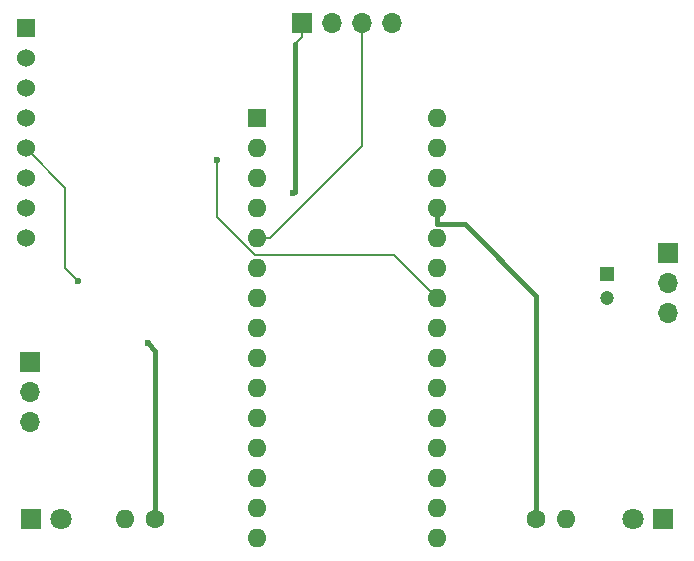
<source format=gbl>
%TF.GenerationSoftware,KiCad,Pcbnew,8.0.6*%
%TF.CreationDate,2025-04-16T21:55:29+02:00*%
%TF.ProjectId,Autonomous_KiCAD8,4175746f-6e6f-46d6-9f75-735f4b694341,rev?*%
%TF.SameCoordinates,Original*%
%TF.FileFunction,Copper,L2,Bot*%
%TF.FilePolarity,Positive*%
%FSLAX46Y46*%
G04 Gerber Fmt 4.6, Leading zero omitted, Abs format (unit mm)*
G04 Created by KiCad (PCBNEW 8.0.6) date 2025-04-16 21:55:29*
%MOMM*%
%LPD*%
G01*
G04 APERTURE LIST*
%TA.AperFunction,ComponentPad*%
%ADD10C,1.524000*%
%TD*%
%TA.AperFunction,ComponentPad*%
%ADD11R,1.524000X1.524000*%
%TD*%
%TA.AperFunction,ComponentPad*%
%ADD12R,1.700000X1.700000*%
%TD*%
%TA.AperFunction,ComponentPad*%
%ADD13O,1.700000X1.700000*%
%TD*%
%TA.AperFunction,ComponentPad*%
%ADD14R,1.200000X1.200000*%
%TD*%
%TA.AperFunction,ComponentPad*%
%ADD15C,1.200000*%
%TD*%
%TA.AperFunction,ComponentPad*%
%ADD16C,1.600000*%
%TD*%
%TA.AperFunction,ComponentPad*%
%ADD17O,1.600000X1.600000*%
%TD*%
%TA.AperFunction,ComponentPad*%
%ADD18R,1.800000X1.800000*%
%TD*%
%TA.AperFunction,ComponentPad*%
%ADD19C,1.800000*%
%TD*%
%TA.AperFunction,ComponentPad*%
%ADD20R,1.600000X1.600000*%
%TD*%
%TA.AperFunction,ViaPad*%
%ADD21C,0.600000*%
%TD*%
%TA.AperFunction,Conductor*%
%ADD22C,0.200000*%
%TD*%
%TA.AperFunction,Conductor*%
%ADD23C,0.400000*%
%TD*%
%ADD24C,0.300000*%
%ADD25C,0.350000*%
G04 APERTURE END LIST*
D10*
%TO.P,U1,8,VCC*%
%TO.N,VCC*%
X141800000Y-91020000D03*
%TO.P,U1,7,GND*%
%TO.N,GND*%
X141800000Y-88480000D03*
%TO.P,U1,6,SCL*%
%TO.N,/SCL*%
X141800000Y-85940000D03*
%TO.P,U1,5,SDA*%
%TO.N,/SDA*%
X141800000Y-83400000D03*
%TO.P,U1,4,XDA*%
%TO.N,unconnected-(U1-XDA-Pad4)*%
X141800000Y-80860000D03*
%TO.P,U1,3,XCL*%
%TO.N,unconnected-(U1-XCL-Pad3)*%
X141800000Y-78320000D03*
%TO.P,U1,2,AD0*%
%TO.N,unconnected-(U1-AD0-Pad2)*%
X141800000Y-75780000D03*
D11*
%TO.P,U1,1,INT*%
%TO.N,unconnected-(U1-INT-Pad1)*%
X141800000Y-73240000D03*
%TD*%
D12*
%TO.P,J4,1,Pin_1*%
%TO.N,VCC*%
X165170000Y-72800000D03*
D13*
%TO.P,J4,2,Pin_2*%
%TO.N,GND*%
X167710000Y-72800000D03*
%TO.P,J4,3,Pin_3*%
%TO.N,/D0*%
X170250000Y-72800000D03*
%TO.P,J4,4,Pin_4*%
%TO.N,/A0*%
X172790000Y-72800000D03*
%TD*%
D14*
%TO.P,C1,1*%
%TO.N,+5V*%
X191000000Y-94027400D03*
D15*
%TO.P,C1,2*%
%TO.N,GND*%
X191000000Y-96027400D03*
%TD*%
D16*
%TO.P,R2,1*%
%TO.N,VCC*%
X185060000Y-114800000D03*
D17*
%TO.P,R2,2*%
%TO.N,Net-(D2-A)*%
X187600000Y-114800000D03*
%TD*%
D16*
%TO.P,R1,1*%
%TO.N,+5V*%
X152800000Y-114800000D03*
D17*
%TO.P,R1,2*%
%TO.N,Net-(D1-A)*%
X150260000Y-114800000D03*
%TD*%
D12*
%TO.P,J3,1,Pin_1*%
%TO.N,+5V*%
X142200000Y-101520000D03*
D13*
%TO.P,J3,2,Pin_2*%
%TO.N,/ESC*%
X142200000Y-104060000D03*
%TO.P,J3,3,Pin_3*%
%TO.N,GND*%
X142200000Y-106600000D03*
%TD*%
D12*
%TO.P,J1,1,Pin_1*%
%TO.N,+5V*%
X196200000Y-92260000D03*
D13*
%TO.P,J1,2,Pin_2*%
%TO.N,/SERVO*%
X196200000Y-94800000D03*
%TO.P,J1,3,Pin_3*%
%TO.N,GND*%
X196200000Y-97340000D03*
%TD*%
D18*
%TO.P,D2,1,K*%
%TO.N,GND*%
X195800000Y-114800000D03*
D19*
%TO.P,D2,2,A*%
%TO.N,Net-(D2-A)*%
X193260000Y-114800000D03*
%TD*%
D18*
%TO.P,D1,1,K*%
%TO.N,GND*%
X142260000Y-114800000D03*
D19*
%TO.P,D1,2,A*%
%TO.N,Net-(D1-A)*%
X144800000Y-114800000D03*
%TD*%
D20*
%TO.P,A1,1,D1/TX*%
%TO.N,unconnected-(A1-D1{slash}TX-Pad1)*%
X161360000Y-80840000D03*
D17*
%TO.P,A1,2,D0/RX*%
%TO.N,unconnected-(A1-D0{slash}RX-Pad2)*%
X161360000Y-83380000D03*
%TO.P,A1,3,~{RESET}*%
%TO.N,unconnected-(A1-~{RESET}-Pad3)*%
X161360000Y-85920000D03*
%TO.P,A1,4,GND*%
%TO.N,GND*%
X161360000Y-88460000D03*
%TO.P,A1,5,D2*%
%TO.N,/D0*%
X161360000Y-91000000D03*
%TO.P,A1,6,D3*%
%TO.N,unconnected-(A1-D3-Pad6)*%
X161360000Y-93540000D03*
%TO.P,A1,7,D4*%
%TO.N,unconnected-(A1-D4-Pad7)*%
X161360000Y-96080000D03*
%TO.P,A1,8,D5*%
%TO.N,unconnected-(A1-D5-Pad8)*%
X161360000Y-98620000D03*
%TO.P,A1,9,D6*%
%TO.N,unconnected-(A1-D6-Pad9)*%
X161360000Y-101160000D03*
%TO.P,A1,10,D7*%
%TO.N,unconnected-(A1-D7-Pad10)*%
X161360000Y-103700000D03*
%TO.P,A1,11,D8*%
%TO.N,unconnected-(A1-D8-Pad11)*%
X161360000Y-106240000D03*
%TO.P,A1,12,D9*%
%TO.N,/SERVO*%
X161360000Y-108780000D03*
%TO.P,A1,13,D10*%
%TO.N,/ESC*%
X161360000Y-111320000D03*
%TO.P,A1,14,D11*%
%TO.N,unconnected-(A1-D11-Pad14)*%
X161360000Y-113860000D03*
%TO.P,A1,15,D12*%
%TO.N,unconnected-(A1-D12-Pad15)*%
X161360000Y-116400000D03*
%TO.P,A1,16,D13*%
%TO.N,unconnected-(A1-D13-Pad16)*%
X176600000Y-116400000D03*
%TO.P,A1,17,3V3*%
%TO.N,unconnected-(A1-3V3-Pad17)*%
X176600000Y-113860000D03*
%TO.P,A1,18,AREF*%
%TO.N,unconnected-(A1-AREF-Pad18)*%
X176600000Y-111320000D03*
%TO.P,A1,19,A0*%
%TO.N,unconnected-(A1-A0-Pad19)*%
X176600000Y-108780000D03*
%TO.P,A1,20,A1*%
%TO.N,unconnected-(A1-A1-Pad20)*%
X176600000Y-106240000D03*
%TO.P,A1,21,A2*%
%TO.N,unconnected-(A1-A2-Pad21)*%
X176600000Y-103700000D03*
%TO.P,A1,22,A3*%
%TO.N,unconnected-(A1-A3-Pad22)*%
X176600000Y-101160000D03*
%TO.P,A1,23,A4*%
%TO.N,/SDA*%
X176600000Y-98620000D03*
%TO.P,A1,24,A5*%
%TO.N,/SCL*%
X176600000Y-96080000D03*
%TO.P,A1,25,A6*%
%TO.N,unconnected-(A1-A6-Pad25)*%
X176600000Y-93540000D03*
%TO.P,A1,26,A7*%
%TO.N,unconnected-(A1-A7-Pad26)*%
X176600000Y-91000000D03*
%TO.P,A1,27,+5V*%
%TO.N,VCC*%
X176600000Y-88460000D03*
%TO.P,A1,28,~{RESET}*%
%TO.N,unconnected-(A1-~{RESET}-Pad28)*%
X176600000Y-85920000D03*
%TO.P,A1,29,GND*%
%TO.N,GND*%
X176600000Y-83380000D03*
%TO.P,A1,30,VIN*%
%TO.N,unconnected-(A1-VIN-Pad30)*%
X176600000Y-80840000D03*
%TD*%
D21*
%TO.N,/SCL*%
X158000000Y-84400000D03*
%TO.N,+5V*%
X152129300Y-99890000D03*
%TO.N,VCC*%
X164444300Y-87200000D03*
%TO.N,/SDA*%
X146200000Y-94600000D03*
%TD*%
D22*
%TO.N,/SDA*%
X145134500Y-86734500D02*
X141800000Y-83400000D01*
X146200000Y-94600000D02*
X145134500Y-93534500D01*
X145134500Y-93534500D02*
X145134500Y-86734500D01*
D23*
%TO.N,VCC*%
X164593000Y-74528700D02*
X164593000Y-87051300D01*
X164593000Y-87051300D02*
X164444300Y-87200000D01*
D22*
%TO.N,/SCL*%
X172960000Y-92440000D02*
X176600000Y-96080000D01*
X161244365Y-92440000D02*
X172960000Y-92440000D01*
X158000000Y-89195635D02*
X161244365Y-92440000D01*
X158000000Y-84400000D02*
X158000000Y-89195635D01*
D23*
%TO.N,VCC*%
X179000000Y-89800000D02*
X176600000Y-89800000D01*
X185060000Y-114800000D02*
X185060000Y-95860000D01*
X185060000Y-95860000D02*
X179000000Y-89800000D01*
X176600000Y-89800000D02*
X176600000Y-88460000D01*
D22*
%TO.N,/D0*%
X170250000Y-83211700D02*
X170250000Y-72800000D01*
X162461700Y-91000000D02*
X170250000Y-83211700D01*
X161360000Y-91000000D02*
X162461700Y-91000000D01*
D23*
%TO.N,+5V*%
X152800000Y-100560700D02*
X152129300Y-99890000D01*
X152800000Y-114800000D02*
X152800000Y-100560700D01*
D22*
%TO.N,VCC*%
X165170000Y-72800000D02*
X165170000Y-73951700D01*
X165170000Y-73951700D02*
X164593000Y-74528700D01*
%TD*%
D24*
X158000000Y-84400000D03*
X152129300Y-99890000D03*
X164444300Y-87200000D03*
X146200000Y-94600000D03*
D25*
X141800000Y-91020000D03*
X141800000Y-88480000D03*
X141800000Y-85940000D03*
X141800000Y-83400000D03*
X141800000Y-80860000D03*
X141800000Y-78320000D03*
X141800000Y-75780000D03*
X141800000Y-73240000D03*
X165170000Y-72800000D03*
X167710000Y-72800000D03*
X170250000Y-72800000D03*
X172790000Y-72800000D03*
X191000000Y-94027400D03*
X191000000Y-96027400D03*
X185060000Y-114800000D03*
X187600000Y-114800000D03*
X152800000Y-114800000D03*
X150260000Y-114800000D03*
X142200000Y-101520000D03*
X142200000Y-104060000D03*
X142200000Y-106600000D03*
X196200000Y-92260000D03*
X196200000Y-94800000D03*
X196200000Y-97340000D03*
X195800000Y-114800000D03*
X193260000Y-114800000D03*
X142260000Y-114800000D03*
X144800000Y-114800000D03*
X161360000Y-80840000D03*
X161360000Y-83380000D03*
X161360000Y-85920000D03*
X161360000Y-88460000D03*
X161360000Y-91000000D03*
X161360000Y-93540000D03*
X161360000Y-96080000D03*
X161360000Y-98620000D03*
X161360000Y-101160000D03*
X161360000Y-103700000D03*
X161360000Y-106240000D03*
X161360000Y-108780000D03*
X161360000Y-111320000D03*
X161360000Y-113860000D03*
X161360000Y-116400000D03*
X176600000Y-116400000D03*
X176600000Y-113860000D03*
X176600000Y-111320000D03*
X176600000Y-108780000D03*
X176600000Y-106240000D03*
X176600000Y-103700000D03*
X176600000Y-101160000D03*
X176600000Y-98620000D03*
X176600000Y-96080000D03*
X176600000Y-93540000D03*
X176600000Y-91000000D03*
X176600000Y-88460000D03*
X176600000Y-85920000D03*
X176600000Y-83380000D03*
X176600000Y-80840000D03*
M02*

</source>
